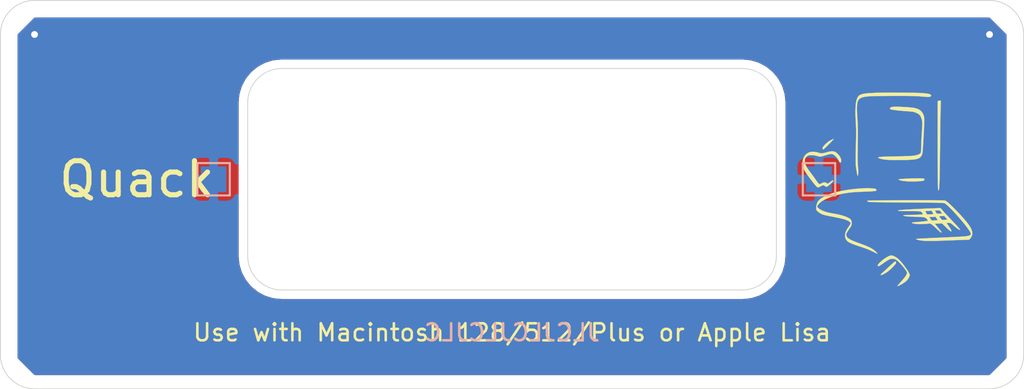
<source format=kicad_pcb>
(kicad_pcb (version 20171130) (host pcbnew "(5.1.12-1-10_14)")

  (general
    (thickness 1.6)
    (drawings 19)
    (tracks 10)
    (zones 0)
    (modules 3)
    (nets 2)
  )

  (page A4)
  (title_block
    (title "Quack back panel")
    (date 2021-12-08)
    (rev 1.0)
    (company Lostwave)
    (comment 1 https://68kmla.org)
    (comment 2 https://github.com/quack/quack)
  )

  (layers
    (0 F.Cu signal)
    (31 B.Cu signal)
    (36 B.SilkS user)
    (37 F.SilkS user)
    (38 B.Mask user)
    (39 F.Mask user)
    (44 Edge.Cuts user)
    (45 Margin user)
    (46 B.CrtYd user)
    (47 F.CrtYd user)
    (48 B.Fab user)
    (49 F.Fab user)
  )

  (setup
    (last_trace_width 0.25)
    (trace_clearance 0.2)
    (zone_clearance 0.508)
    (zone_45_only no)
    (trace_min 0.2)
    (via_size 0.8)
    (via_drill 0.4)
    (via_min_size 0.4)
    (via_min_drill 0.3)
    (uvia_size 0.3)
    (uvia_drill 0.1)
    (uvias_allowed no)
    (uvia_min_size 0.2)
    (uvia_min_drill 0.1)
    (edge_width 0.05)
    (segment_width 0.2)
    (pcb_text_width 0.3)
    (pcb_text_size 1.5 1.5)
    (mod_edge_width 0.12)
    (mod_text_size 1 1)
    (mod_text_width 0.15)
    (pad_size 1.524 1.524)
    (pad_drill 0.762)
    (pad_to_mask_clearance 0)
    (aux_axis_origin 0 0)
    (visible_elements FFFFFF7F)
    (pcbplotparams
      (layerselection 0x030f0_ffffffff)
      (usegerberextensions false)
      (usegerberattributes true)
      (usegerberadvancedattributes true)
      (creategerberjobfile true)
      (excludeedgelayer true)
      (linewidth 0.100000)
      (plotframeref false)
      (viasonmask false)
      (mode 1)
      (useauxorigin false)
      (hpglpennumber 1)
      (hpglpenspeed 20)
      (hpglpendiameter 15.000000)
      (psnegative false)
      (psa4output false)
      (plotreference true)
      (plotvalue true)
      (plotinvisibletext false)
      (padsonsilk false)
      (subtractmaskfromsilk false)
      (outputformat 1)
      (mirror false)
      (drillshape 0)
      (scaleselection 1)
      (outputdirectory ""))
  )

  (net 0 "")
  (net 1 Earth)

  (net_class Default "Ceci est la Netclass par défaut."
    (clearance 0.2)
    (trace_width 0.25)
    (via_dia 0.8)
    (via_drill 0.4)
    (uvia_dia 0.3)
    (uvia_drill 0.1)
    (add_net Earth)
  )

  (module "Macintosh logo:Macintosh logo" (layer F.Cu) (tedit 0) (tstamp 61B10486)
    (at 90 51)
    (fp_text reference G*** (at 0 0) (layer F.SilkS) hide
      (effects (font (size 1.524 1.524) (thickness 0.3)))
    )
    (fp_text value LOGO (at 0.75 0) (layer F.SilkS) hide
      (effects (font (size 1.524 1.524) (thickness 0.3)))
    )
    (fp_poly (pts (xy -3.142214 -2.857296) (xy -3.161382 -2.83255) (xy -3.194017 -2.795127) (xy -3.23769 -2.747483)
      (xy -3.289971 -2.692074) (xy -3.348431 -2.631356) (xy -3.410644 -2.567785) (xy -3.474178 -2.503818)
      (xy -3.536607 -2.441911) (xy -3.5955 -2.38452) (xy -3.64843 -2.334102) (xy -3.692967 -2.293111)
      (xy -3.726682 -2.264006) (xy -3.747148 -2.249241) (xy -3.751028 -2.2479) (xy -3.771835 -2.258356)
      (xy -3.786485 -2.278714) (xy -3.794843 -2.310463) (xy -3.78977 -2.345028) (xy -3.769636 -2.38706)
      (xy -3.732813 -2.441214) (xy -3.72677 -2.449316) (xy -3.660779 -2.525856) (xy -3.574445 -2.607899)
      (xy -3.471268 -2.692189) (xy -3.4417 -2.714377) (xy -3.396506 -2.744962) (xy -3.343087 -2.776932)
      (xy -3.286683 -2.807649) (xy -3.23253 -2.834475) (xy -3.185867 -2.85477) (xy -3.151932 -2.865895)
      (xy -3.13894 -2.866908) (xy -3.142214 -2.857296)) (layer F.SilkS) (width 0.01))
    (fp_poly (pts (xy 0.613196 -4.757878) (xy 0.748727 -4.753862) (xy 0.81915 -4.751044) (xy 1.017327 -4.741404)
      (xy 1.192932 -4.730384) (xy 1.345412 -4.718036) (xy 1.47421 -4.704412) (xy 1.578773 -4.689562)
      (xy 1.658545 -4.67354) (xy 1.662147 -4.67264) (xy 1.791536 -4.62969) (xy 1.901307 -4.570915)
      (xy 1.992287 -4.495564) (xy 2.065303 -4.402886) (xy 2.12118 -4.29213) (xy 2.140394 -4.23797)
      (xy 2.152166 -4.198382) (xy 2.16058 -4.162227) (xy 2.166188 -4.123959) (xy 2.169541 -4.078026)
      (xy 2.171191 -4.01888) (xy 2.171689 -3.940972) (xy 2.1717 -3.923087) (xy 2.17095 -3.861839)
      (xy 2.168801 -3.78159) (xy 2.165399 -3.684929) (xy 2.160892 -3.574444) (xy 2.155426 -3.452724)
      (xy 2.14915 -3.322357) (xy 2.142209 -3.185931) (xy 2.134752 -3.046036) (xy 2.126926 -2.905259)
      (xy 2.118878 -2.76619) (xy 2.110755 -2.631415) (xy 2.102705 -2.503525) (xy 2.094874 -2.385107)
      (xy 2.087411 -2.27875) (xy 2.080461 -2.187042) (xy 2.074174 -2.112572) (xy 2.068695 -2.057928)
      (xy 2.064172 -2.025698) (xy 2.063609 -2.023061) (xy 2.0384 -1.937901) (xy 2.004965 -1.870479)
      (xy 1.959485 -1.813517) (xy 1.947351 -1.801539) (xy 1.905988 -1.766308) (xy 1.860656 -1.736856)
      (xy 1.808506 -1.712498) (xy 1.746686 -1.692552) (xy 1.672347 -1.676331) (xy 1.582636 -1.663153)
      (xy 1.474705 -1.652331) (xy 1.345703 -1.643182) (xy 1.27 -1.638893) (xy 1.19756 -1.635889)
      (xy 1.105131 -1.633348) (xy 0.997335 -1.631289) (xy 0.878791 -1.629732) (xy 0.754122 -1.628697)
      (xy 0.627949 -1.628205) (xy 0.504893 -1.628274) (xy 0.389575 -1.628925) (xy 0.286617 -1.630177)
      (xy 0.200639 -1.632051) (xy 0.14605 -1.634065) (xy 0.039198 -1.640612) (xy -0.066828 -1.649695)
      (xy -0.166335 -1.66066) (xy -0.25363 -1.672858) (xy -0.323021 -1.685637) (xy -0.340326 -1.689695)
      (xy -0.407849 -1.708441) (xy -0.464633 -1.727552) (xy -0.506683 -1.745433) (xy -0.530002 -1.760488)
      (xy -0.5334 -1.766782) (xy -0.528893 -1.778039) (xy -0.514427 -1.788036) (xy -0.488586 -1.796878)
      (xy -0.449953 -1.804671) (xy -0.397113 -1.811521) (xy -0.32865 -1.817534) (xy -0.243147 -1.822814)
      (xy -0.139188 -1.827468) (xy -0.015358 -1.831601) (xy 0.129761 -1.835319) (xy 0.297584 -1.838728)
      (xy 0.4699 -1.841629) (xy 0.671179 -1.845041) (xy 0.849004 -1.848711) (xy 1.005319 -1.852772)
      (xy 1.142069 -1.857361) (xy 1.261201 -1.862615) (xy 1.364657 -1.868667) (xy 1.454385 -1.875656)
      (xy 1.532328 -1.883716) (xy 1.600432 -1.892982) (xy 1.660641 -1.903592) (xy 1.714902 -1.91568)
      (xy 1.765158 -1.929383) (xy 1.776625 -1.932861) (xy 1.862452 -1.965321) (xy 1.923741 -2.002228)
      (xy 1.961021 -2.043933) (xy 1.968513 -2.059774) (xy 1.9741 -2.087622) (xy 1.979412 -2.140243)
      (xy 1.984411 -2.21701) (xy 1.98906 -2.317298) (xy 1.99332 -2.440479) (xy 1.994956 -2.497869)
      (xy 1.998541 -2.613518) (xy 2.003176 -2.736857) (xy 2.008556 -2.86122) (xy 2.014373 -2.979941)
      (xy 2.020322 -3.086353) (xy 2.025889 -3.170969) (xy 2.032687 -3.269905) (xy 2.039293 -3.376709)
      (xy 2.045237 -3.482998) (xy 2.050049 -3.580387) (xy 2.053164 -3.6576) (xy 2.055372 -3.757275)
      (xy 2.05386 -3.838487) (xy 2.047608 -3.90803) (xy 2.035594 -3.9727) (xy 2.016799 -4.039288)
      (xy 1.990204 -4.114591) (xy 1.980878 -4.139051) (xy 1.948923 -4.209215) (xy 1.910726 -4.264573)
      (xy 1.860875 -4.310765) (xy 1.793958 -4.353435) (xy 1.756091 -4.373365) (xy 1.694633 -4.40278)
      (xy 1.637364 -4.426155) (xy 1.57959 -4.444501) (xy 1.516614 -4.458828) (xy 1.443741 -4.470147)
      (xy 1.356277 -4.479468) (xy 1.249526 -4.487801) (xy 1.21285 -4.490272) (xy 1.077497 -4.4999)
      (xy 0.937382 -4.511228) (xy 0.797345 -4.523772) (xy 0.662226 -4.537053) (xy 0.536868 -4.550591)
      (xy 0.426111 -4.563903) (xy 0.334795 -4.57651) (xy 0.3175 -4.579188) (xy 0.240263 -4.594591)
      (xy 0.187858 -4.612671) (xy 0.159801 -4.634019) (xy 0.155609 -4.659225) (xy 0.174798 -4.688876)
      (xy 0.205765 -4.715529) (xy 0.234833 -4.731046) (xy 0.276912 -4.743032) (xy 0.333893 -4.751599)
      (xy 0.407672 -4.756856) (xy 0.500142 -4.758913) (xy 0.613196 -4.757878)) (layer F.SilkS) (width 0.01))
    (fp_poly (pts (xy 0.458489 -5.585005) (xy 0.632765 -5.584465) (xy 0.807316 -5.58362) (xy 0.979667 -5.582485)
      (xy 1.147341 -5.581072) (xy 1.307862 -5.579394) (xy 1.458754 -5.577463) (xy 1.597541 -5.575292)
      (xy 1.721746 -5.572894) (xy 1.828893 -5.570283) (xy 1.916506 -5.567469) (xy 1.982109 -5.564467)
      (xy 2.00025 -5.563315) (xy 2.146091 -5.551737) (xy 2.267917 -5.539141) (xy 2.367103 -5.525113)
      (xy 2.445028 -5.509238) (xy 2.503068 -5.491099) (xy 2.5426 -5.470282) (xy 2.565001 -5.44637)
      (xy 2.571648 -5.418949) (xy 2.565965 -5.392637) (xy 2.544901 -5.362846) (xy 2.52035 -5.346473)
      (xy 2.483544 -5.338976) (xy 2.425034 -5.335326) (xy 2.348217 -5.335472) (xy 2.256488 -5.339361)
      (xy 2.153244 -5.346942) (xy 2.08915 -5.353039) (xy 1.987409 -5.362368) (xy 1.874684 -5.370477)
      (xy 1.749523 -5.377396) (xy 1.610474 -5.383156) (xy 1.456089 -5.387788) (xy 1.284914 -5.391321)
      (xy 1.095501 -5.393786) (xy 0.886397 -5.395214) (xy 0.656153 -5.395635) (xy 0.403317 -5.395079)
      (xy 0.148275 -5.393723) (xy -0.079986 -5.392031) (xy -0.284456 -5.390057) (xy -0.466745 -5.387688)
      (xy -0.62846 -5.384812) (xy -0.77121 -5.381315) (xy -0.896605 -5.377086) (xy -1.006253 -5.372013)
      (xy -1.101762 -5.365982) (xy -1.184741 -5.358882) (xy -1.2568 -5.3506) (xy -1.319546 -5.341023)
      (xy -1.374589 -5.33004) (xy -1.423538 -5.317538) (xy -1.468 -5.303404) (xy -1.509585 -5.287526)
      (xy -1.536271 -5.276021) (xy -1.589234 -5.247881) (xy -1.634992 -5.213246) (xy -1.673812 -5.170521)
      (xy -1.705961 -5.118111) (xy -1.731706 -5.05442) (xy -1.751313 -4.977854) (xy -1.765049 -4.886816)
      (xy -1.773181 -4.779712) (xy -1.775975 -4.654946) (xy -1.773699 -4.510923) (xy -1.766618 -4.346048)
      (xy -1.755 -4.158726) (xy -1.745274 -4.0259) (xy -1.737359 -3.899274) (xy -1.731123 -3.74797)
      (xy -1.72657 -3.572656) (xy -1.723706 -3.374) (xy -1.722534 -3.152669) (xy -1.72306 -2.90933)
      (xy -1.725289 -2.644651) (xy -1.729226 -2.359299) (xy -1.731941 -2.20345) (xy -1.734557 -2.054997)
      (xy -1.736413 -1.92863) (xy -1.737471 -1.821048) (xy -1.737696 -1.728947) (xy -1.73705 -1.649026)
      (xy -1.735497 -1.577981) (xy -1.733 -1.51251) (xy -1.729521 -1.449311) (xy -1.725025 -1.38508)
      (xy -1.722465 -1.35255) (xy -1.715595 -1.267326) (xy -1.708917 -1.183809) (xy -1.702901 -1.107926)
      (xy -1.698018 -1.045606) (xy -1.694775 -1.0033) (xy -1.69321 -0.950633) (xy -1.695127 -0.89107)
      (xy -1.699865 -0.830879) (xy -1.706767 -0.776324) (xy -1.715173 -0.733674) (xy -1.724425 -0.709193)
      (xy -1.72588 -0.707441) (xy -1.738169 -0.708109) (xy -1.744989 -0.718844) (xy -1.750882 -0.741583)
      (xy -1.759678 -0.784943) (xy -1.77063 -0.844408) (xy -1.782992 -0.915461) (xy -1.796017 -0.993587)
      (xy -1.808959 -1.07427) (xy -1.82107 -1.152994) (xy -1.831605 -1.225242) (xy -1.839816 -1.286499)
      (xy -1.842419 -1.3081) (xy -1.846634 -1.360396) (xy -1.849633 -1.433665) (xy -1.851413 -1.528397)
      (xy -1.85197 -1.645083) (xy -1.851299 -1.784212) (xy -1.849396 -1.946275) (xy -1.846257 -2.131761)
      (xy -1.841878 -2.34116) (xy -1.836255 -2.574963) (xy -1.829602 -2.82575) (xy -1.825442 -3.011945)
      (xy -1.823793 -3.185363) (xy -1.824793 -3.352556) (xy -1.828579 -3.520081) (xy -1.835286 -3.694491)
      (xy -1.845053 -3.88234) (xy -1.855047 -4.04495) (xy -1.860321 -4.150728) (xy -1.863418 -4.267597)
      (xy -1.864438 -4.3908) (xy -1.863477 -4.515576) (xy -1.860635 -4.637167) (xy -1.856009 -4.750813)
      (xy -1.849698 -4.851754) (xy -1.841801 -4.935232) (xy -1.835775 -4.9784) (xy -1.823516 -5.043253)
      (xy -1.808611 -5.109972) (xy -1.793726 -5.16689) (xy -1.789453 -5.180971) (xy -1.766192 -5.246491)
      (xy -1.739746 -5.303899) (xy -1.70834 -5.353801) (xy -1.670202 -5.396801) (xy -1.623557 -5.433503)
      (xy -1.566631 -5.464514) (xy -1.497652 -5.490437) (xy -1.414844 -5.511878) (xy -1.316436 -5.529442)
      (xy -1.200652 -5.543733) (xy -1.06572 -5.555357) (xy -0.909865 -5.564918) (xy -0.731314 -5.573022)
      (xy -0.62865 -5.57687) (xy -0.545723 -5.579217) (xy -0.442711 -5.581159) (xy -0.322089 -5.582708)
      (xy -0.186334 -5.583877) (xy -0.037923 -5.584678) (xy 0.120669 -5.585125) (xy 0.286965 -5.58523)
      (xy 0.458489 -5.585005)) (layer F.SilkS) (width 0.01))
    (fp_poly (pts (xy 1.856078 -0.555069) (xy 1.947224 -0.553758) (xy 2.025479 -0.551107) (xy 2.08829 -0.54703)
      (xy 2.133104 -0.541436) (xy 2.156373 -0.534806) (xy 2.179133 -0.51044) (xy 2.182827 -0.477748)
      (xy 2.166918 -0.445782) (xy 2.161969 -0.440838) (xy 2.136031 -0.42569) (xy 2.097351 -0.411621)
      (xy 2.081292 -0.407486) (xy 2.020192 -0.39721) (xy 1.937764 -0.388481) (xy 1.838042 -0.38144)
      (xy 1.725057 -0.37623) (xy 1.602843 -0.372994) (xy 1.475434 -0.371872) (xy 1.346862 -0.373008)
      (xy 1.221161 -0.376543) (xy 1.21285 -0.376873) (xy 1.079982 -0.384866) (xy 0.960797 -0.397309)
      (xy 0.858809 -0.413714) (xy 0.777529 -0.433594) (xy 0.758319 -0.439945) (xy 0.713002 -0.456863)
      (xy 0.677053 -0.471706) (xy 0.657251 -0.481646) (xy 0.656007 -0.482617) (xy 0.65959 -0.490721)
      (xy 0.686021 -0.498729) (xy 0.732746 -0.506553) (xy 0.797213 -0.514104) (xy 0.876869 -0.521294)
      (xy 0.969162 -0.528033) (xy 1.071538 -0.534232) (xy 1.181444 -0.539804) (xy 1.296329 -0.544658)
      (xy 1.413639 -0.548707) (xy 1.530822 -0.551861) (xy 1.645325 -0.554032) (xy 1.754594 -0.555131)
      (xy 1.856078 -0.555069)) (layer F.SilkS) (width 0.01))
    (fp_poly (pts (xy -3.170154 -2.140166) (xy -3.096896 -2.123196) (xy -3.029496 -2.091953) (xy -2.964654 -2.045995)
      (xy -2.899071 -1.984878) (xy -2.8956 -1.9813) (xy -2.809499 -1.881333) (xy -2.748208 -1.785215)
      (xy -2.711519 -1.692408) (xy -2.699223 -1.602375) (xy -2.711112 -1.514578) (xy -2.712611 -1.509299)
      (xy -2.730101 -1.485264) (xy -2.757521 -1.480527) (xy -2.782897 -1.493695) (xy -2.798812 -1.514384)
      (xy -2.821315 -1.551532) (xy -2.846481 -1.598476) (xy -2.856453 -1.618583) (xy -2.902134 -1.698027)
      (xy -2.960572 -1.777419) (xy -3.026175 -1.850389) (xy -3.093348 -1.910567) (xy -3.142094 -1.943877)
      (xy -3.182332 -1.963829) (xy -3.223786 -1.976786) (xy -3.269617 -1.982409) (xy -3.322983 -1.980356)
      (xy -3.387045 -1.970285) (xy -3.464962 -1.951855) (xy -3.559894 -1.924724) (xy -3.675001 -1.888553)
      (xy -3.685386 -1.88519) (xy -3.762318 -1.861695) (xy -3.830646 -1.843629) (xy -3.885143 -1.83226)
      (xy -3.917799 -1.8288) (xy -3.953627 -1.832227) (xy -4.006321 -1.841524) (xy -4.068433 -1.855221)
      (xy -4.124963 -1.869742) (xy -4.192814 -1.88762) (xy -4.247935 -1.899462) (xy -4.299608 -1.906491)
      (xy -4.357116 -1.909927) (xy -4.429744 -1.910993) (xy -4.43865 -1.911017) (xy -4.507422 -1.910831)
      (xy -4.556677 -1.909364) (xy -4.592296 -1.905741) (xy -4.620159 -1.899084) (xy -4.646146 -1.888519)
      (xy -4.669638 -1.876611) (xy -4.738294 -1.829877) (xy -4.787027 -1.771399) (xy -4.817111 -1.698735)
      (xy -4.829818 -1.609441) (xy -4.83032 -1.56845) (xy -4.824115 -1.487606) (xy -4.807464 -1.408045)
      (xy -4.77887 -1.326526) (xy -4.736838 -1.239812) (xy -4.679872 -1.144663) (xy -4.606475 -1.037838)
      (xy -4.550188 -0.961849) (xy -4.470176 -0.855927) (xy -4.402973 -0.766226) (xy -4.345794 -0.688916)
      (xy -4.295854 -0.62017) (xy -4.250367 -0.556157) (xy -4.20655 -0.49305) (xy -4.167305 -0.435438)
      (xy -4.112148 -0.356192) (xy -4.066991 -0.297023) (xy -4.029672 -0.255709) (xy -3.998028 -0.230026)
      (xy -3.969899 -0.217753) (xy -3.953815 -0.2159) (xy -3.927026 -0.222426) (xy -3.887812 -0.239518)
      (xy -3.845452 -0.263012) (xy -3.794775 -0.291253) (xy -3.750663 -0.306984) (xy -3.700542 -0.314393)
      (xy -3.688685 -0.315245) (xy -3.643064 -0.317052) (xy -3.61441 -0.313935) (xy -3.594466 -0.303952)
      (xy -3.578948 -0.289413) (xy -3.552203 -0.265406) (xy -3.528626 -0.250736) (xy -3.528373 -0.250641)
      (xy -3.488318 -0.248831) (xy -3.437618 -0.267473) (xy -3.378898 -0.305361) (xy -3.34118 -0.336589)
      (xy -3.280268 -0.387936) (xy -3.233462 -0.420332) (xy -3.199093 -0.434731) (xy -3.17549 -0.43209)
      (xy -3.174836 -0.431699) (xy -3.164055 -0.42039) (xy -3.167539 -0.40239) (xy -3.175312 -0.386768)
      (xy -3.194487 -0.360719) (xy -3.22906 -0.322792) (xy -3.274694 -0.2771) (xy -3.327053 -0.227753)
      (xy -3.381798 -0.178862) (xy -3.434593 -0.13454) (xy -3.472064 -0.105464) (xy -3.515199 -0.07548)
      (xy -3.548015 -0.06065) (xy -3.578026 -0.061137) (xy -3.612747 -0.077099) (xy -3.659691 -0.108697)
      (xy -3.660805 -0.109489) (xy -3.69945 -0.133202) (xy -3.734998 -0.148786) (xy -3.752727 -0.1524)
      (xy -3.776973 -0.146248) (xy -3.816454 -0.129702) (xy -3.864739 -0.105633) (xy -3.89504 -0.0889)
      (xy -3.962724 -0.052377) (xy -4.015056 -0.031067) (xy -4.056972 -0.024903) (xy -4.093405 -0.033814)
      (xy -4.129293 -0.057733) (xy -4.15855 -0.085206) (xy -4.192546 -0.12247) (xy -4.239272 -0.177852)
      (xy -4.296718 -0.248784) (xy -4.362876 -0.332698) (xy -4.435737 -0.427025) (xy -4.513293 -0.529197)
      (xy -4.593534 -0.636645) (xy -4.6531 -0.71755) (xy -4.756853 -0.867147) (xy -4.83923 -1.003118)
      (xy -4.900255 -1.125512) (xy -4.939956 -1.234379) (xy -4.947536 -1.26365) (xy -4.960175 -1.344731)
      (xy -4.964561 -1.436973) (xy -4.961073 -1.53188) (xy -4.950095 -1.620958) (xy -4.932007 -1.695711)
      (xy -4.927587 -1.70815) (xy -4.870443 -1.82887) (xy -4.79909 -1.928663) (xy -4.713946 -2.00737)
      (xy -4.615427 -2.064829) (xy -4.50395 -2.100883) (xy -4.379932 -2.115369) (xy -4.243791 -2.108129)
      (xy -4.095944 -2.079002) (xy -4.019348 -2.056691) (xy -3.952205 -2.037116) (xy -3.893447 -2.025531)
      (xy -3.837091 -2.022178) (xy -3.777152 -2.0273) (xy -3.70765 -2.041139) (xy -3.622601 -2.063938)
      (xy -3.58775 -2.074169) (xy -3.458068 -2.109864) (xy -3.347441 -2.133057) (xy -3.252569 -2.143306)
      (xy -3.170154 -2.140166)) (layer F.SilkS) (width 0.01))
    (fp_poly (pts (xy 3.125447 -5.113898) (xy 3.143864 -5.101845) (xy 3.14438 -5.100685) (xy 3.145808 -5.083054)
      (xy 3.145819 -5.044292) (xy 3.144513 -4.988624) (xy 3.141994 -4.920273) (xy 3.138362 -4.843462)
      (xy 3.138031 -4.83716) (xy 3.135938 -4.787419) (xy 3.133651 -4.714594) (xy 3.131213 -4.621001)
      (xy 3.128667 -4.508955) (xy 3.126057 -4.380771) (xy 3.123425 -4.238766) (xy 3.120816 -4.085253)
      (xy 3.118272 -3.922549) (xy 3.115836 -3.752969) (xy 3.113551 -3.578828) (xy 3.111761 -3.429)
      (xy 3.107743 -3.078904) (xy 3.103937 -2.753278) (xy 3.100326 -2.451193) (xy 3.09689 -2.171719)
      (xy 3.09361 -1.913928) (xy 3.090467 -1.67689) (xy 3.087443 -1.459677) (xy 3.084519 -1.261359)
      (xy 3.081675 -1.081008) (xy 3.078893 -0.917694) (xy 3.076154 -0.770488) (xy 3.07344 -0.638461)
      (xy 3.07073 -0.520684) (xy 3.068007 -0.416228) (xy 3.065251 -0.324163) (xy 3.062443 -0.243562)
      (xy 3.059566 -0.173494) (xy 3.056599 -0.113031) (xy 3.053524 -0.061243) (xy 3.050321 -0.017202)
      (xy 3.046973 0.020022) (xy 3.04346 0.051357) (xy 3.040572 0.072452) (xy 3.030798 0.115623)
      (xy 3.017557 0.146165) (xy 3.003408 0.159848) (xy 2.991544 0.153523) (xy 2.987167 0.1346)
      (xy 2.983071 0.09236) (xy 2.979255 0.02666) (xy 2.975717 -0.062642) (xy 2.972456 -0.175687)
      (xy 2.96947 -0.312618) (xy 2.966757 -0.473577) (xy 2.964315 -0.658707) (xy 2.962142 -0.868149)
      (xy 2.960237 -1.102045) (xy 2.958599 -1.360538) (xy 2.957224 -1.64377) (xy 2.956113 -1.951882)
      (xy 2.955262 -2.285018) (xy 2.95467 -2.643318) (xy 2.954426 -2.887183) (xy 2.95275 -5.069516)
      (xy 2.982731 -5.093808) (xy 3.012031 -5.108364) (xy 3.051162 -5.116802) (xy 3.091757 -5.118765)
      (xy 3.125447 -5.113898)) (layer F.SilkS) (width 0.01))
    (fp_poly (pts (xy 3.13055 1.194435) (xy 3.241022 1.324292) (xy 3.282992 1.372475) (xy 3.338214 1.434165)
      (xy 3.402318 1.504574) (xy 3.470932 1.578916) (xy 3.539688 1.652403) (xy 3.564872 1.679033)
      (xy 3.639031 1.757195) (xy 3.720994 1.843588) (xy 3.804682 1.931805) (xy 3.884016 2.015438)
      (xy 3.952919 2.088079) (xy 3.962572 2.098256) (xy 4.059292 2.201216) (xy 4.137788 2.286947)
      (xy 4.198268 2.355693) (xy 4.240941 2.4077) (xy 4.266015 2.443215) (xy 4.273698 2.462484)
      (xy 4.273066 2.464581) (xy 4.255399 2.470414) (xy 4.221722 2.459997) (xy 4.17425 2.434771)
      (xy 4.115199 2.396176) (xy 4.046784 2.345654) (xy 3.971221 2.284647) (xy 3.895866 2.219218)
      (xy 3.842618 2.172758) (xy 3.792518 2.131424) (xy 3.75013 2.098813) (xy 3.720017 2.078523)
      (xy 3.712659 2.074757) (xy 3.682048 2.066698) (xy 3.63903 2.061032) (xy 3.590889 2.057979)
      (xy 3.54491 2.057759) (xy 3.508379 2.060592) (xy 3.488579 2.066699) (xy 3.487471 2.067961)
      (xy 3.49217 2.081421) (xy 3.509388 2.111724) (xy 3.536786 2.155112) (xy 3.572025 2.207827)
      (xy 3.596112 2.242586) (xy 3.662464 2.3395) (xy 3.712388 2.417885) (xy 3.746194 2.478318)
      (xy 3.764191 2.521374) (xy 3.766689 2.547631) (xy 3.76327 2.553709) (xy 3.750563 2.560121)
      (xy 3.732198 2.557726) (xy 3.706608 2.545281) (xy 3.672227 2.521545) (xy 3.627488 2.485275)
      (xy 3.570824 2.435227) (xy 3.500668 2.37016) (xy 3.415454 2.28883) (xy 3.3528 2.228166)
      (xy 3.20675 2.08618) (xy 3.05435 2.096227) (xy 2.988629 2.100334) (xy 2.926626 2.103812)
      (xy 2.875889 2.106259) (xy 2.846907 2.107236) (xy 2.791865 2.1082) (xy 2.830444 2.155825)
      (xy 2.851251 2.181368) (xy 2.884658 2.222209) (xy 2.927127 2.274033) (xy 2.975121 2.332521)
      (xy 3.013896 2.379723) (xy 3.07737 2.457602) (xy 3.125529 2.518359) (xy 3.159764 2.564005)
      (xy 3.181464 2.596553) (xy 3.19202 2.618013) (xy 3.19282 2.630398) (xy 3.189613 2.634067)
      (xy 3.173641 2.631466) (xy 3.144734 2.617332) (xy 3.122736 2.603685) (xy 3.097391 2.584163)
      (xy 3.057207 2.550114) (xy 3.005652 2.50462) (xy 2.946194 2.450764) (xy 2.882302 2.391626)
      (xy 2.85115 2.362338) (xy 2.761456 2.279172) (xy 2.686119 2.21273) (xy 2.625907 2.163655)
      (xy 2.58159 2.132595) (xy 2.568968 2.125596) (xy 2.535134 2.109714) (xy 2.508218 2.101032)
      (xy 2.479811 2.098665) (xy 2.441505 2.101731) (xy 2.397518 2.10758) (xy 2.320758 2.115995)
      (xy 2.227077 2.122683) (xy 2.122762 2.12752) (xy 2.014098 2.130383) (xy 1.907372 2.131149)
      (xy 1.808869 2.129694) (xy 1.724876 2.125895) (xy 1.677386 2.121694) (xy 1.594179 2.109791)
      (xy 1.528122 2.095827) (xy 1.480971 2.080485) (xy 1.454483 2.064447) (xy 1.450415 2.048396)
      (xy 1.461394 2.037796) (xy 1.478276 2.034112) (xy 1.515742 2.029547) (xy 1.569013 2.024577)
      (xy 1.63331 2.019671) (xy 1.667371 2.017436) (xy 1.733827 2.012734) (xy 1.811227 2.006325)
      (xy 1.895825 1.998615) (xy 1.983872 1.990011) (xy 2.071623 1.980921) (xy 2.155329 1.97175)
      (xy 2.231245 1.962906) (xy 2.295622 1.954795) (xy 2.344714 1.947823) (xy 2.374774 1.942399)
      (xy 2.382411 1.939822) (xy 2.380621 1.925593) (xy 2.36724 1.898235) (xy 2.346502 1.864482)
      (xy 2.322644 1.83107) (xy 2.299902 1.804735) (xy 2.294065 1.799336) (xy 2.231211 1.759923)
      (xy 2.151957 1.732536) (xy 2.120114 1.727322) (xy 2.4765 1.727322) (xy 2.483633 1.742545)
      (xy 2.502773 1.772778) (xy 2.530532 1.812829) (xy 2.547706 1.836431) (xy 2.581559 1.881362)
      (xy 2.605201 1.909165) (xy 2.623102 1.923441) (xy 2.639732 1.927791) (xy 2.658831 1.92594)
      (xy 2.688769 1.922146) (xy 2.736205 1.917553) (xy 2.793283 1.912884) (xy 2.82575 1.910559)
      (xy 2.880236 1.906437) (xy 2.924923 1.902251) (xy 2.953939 1.898596) (xy 2.961608 1.896789)
      (xy 2.958347 1.88518) (xy 2.942336 1.858204) (xy 2.91648 1.820495) (xy 2.898108 1.795519)
      (xy 2.82575 1.699414) (xy 2.7051 1.706891) (xy 2.644976 1.710264) (xy 2.587827 1.712862)
      (xy 2.542962 1.714284) (xy 2.530475 1.714434) (xy 2.497509 1.717161) (xy 2.478412 1.723942)
      (xy 2.4765 1.727322) (xy 2.120114 1.727322) (xy 2.082414 1.721149) (xy 2.048747 1.718892)
      (xy 1.993701 1.716088) (xy 1.921283 1.712904) (xy 1.835505 1.709503) (xy 1.740376 1.706051)
      (xy 1.639906 1.702712) (xy 1.6129 1.701867) (xy 1.443125 1.695673) (xy 1.298462 1.688329)
      (xy 1.258382 1.685478) (xy 3.0532 1.685478) (xy 3.061364 1.705938) (xy 3.085355 1.737108)
      (xy 3.123274 1.781537) (xy 3.124765 1.783288) (xy 3.215169 1.889458) (xy 3.350659 1.882731)
      (xy 3.408732 1.879242) (xy 3.458789 1.87512) (xy 3.494466 1.870952) (xy 3.50776 1.868224)
      (xy 3.514409 1.861432) (xy 3.510043 1.847344) (xy 3.492703 1.82297) (xy 3.460429 1.785316)
      (xy 3.435239 1.757465) (xy 3.341108 1.654486) (xy 3.216779 1.659787) (xy 3.142652 1.662884)
      (xy 3.091946 1.666499) (xy 3.062761 1.673181) (xy 3.0532 1.685478) (xy 1.258382 1.685478)
      (xy 1.178643 1.679806) (xy 1.083404 1.670074) (xy 1.012479 1.659103) (xy 0.965604 1.646864)
      (xy 0.942513 1.633327) (xy 0.9398 1.626341) (xy 0.944585 1.620395) (xy 0.96014 1.615139)
      (xy 0.988261 1.610457) (xy 1.030747 1.606234) (xy 1.089395 1.602353) (xy 1.166003 1.598699)
      (xy 1.262368 1.595155) (xy 1.380287 1.591605) (xy 1.521559 1.587933) (xy 1.54305 1.587409)
      (xy 1.652359 1.584565) (xy 1.754494 1.581535) (xy 1.846476 1.578433) (xy 1.925325 1.575378)
      (xy 1.988063 1.572485) (xy 2.03171 1.569871) (xy 2.053287 1.567653) (xy 2.054225 1.567426)
      (xy 2.077096 1.553654) (xy 2.080817 1.529017) (xy 2.065843 1.49016) (xy 2.064956 1.488444)
      (xy 2.022713 1.432342) (xy 1.964525 1.395988) (xy 1.9304 1.385384) (xy 1.903561 1.38217)
      (xy 1.853478 1.37924) (xy 1.782307 1.376646) (xy 1.692202 1.374442) (xy 1.585319 1.372678)
      (xy 1.463812 1.371407) (xy 1.329837 1.370681) (xy 1.3208 1.370654) (xy 1.278104 1.370484)
      (xy 2.2352 1.370484) (xy 2.24117 1.386218) (xy 2.257038 1.417791) (xy 2.279736 1.459199)
      (xy 2.287097 1.472084) (xy 2.338995 1.5621) (xy 2.449022 1.560615) (xy 2.512348 1.558882)
      (xy 2.577849 1.555679) (xy 2.632602 1.551656) (xy 2.638418 1.55109) (xy 2.717786 1.54305)
      (xy 2.657468 1.443455) (xy 2.59715 1.343861) (xy 2.5146 1.35129) (xy 2.457772 1.355137)
      (xy 2.390846 1.357855) (xy 2.333625 1.358809) (xy 2.287263 1.360226) (xy 2.25265 1.363903)
      (xy 2.235888 1.369114) (xy 2.2352 1.370484) (xy 1.278104 1.370484) (xy 1.166842 1.370041)
      (xy 1.036526 1.369095) (xy 0.928094 1.367735) (xy 0.839789 1.365884) (xy 0.769853 1.363462)
      (xy 0.716528 1.36039) (xy 0.678058 1.35659) (xy 0.652685 1.351983) (xy 0.638652 1.34649)
      (xy 0.634201 1.340032) (xy 0.634197 1.33985) (xy 2.794348 1.33985) (xy 2.91465 1.523572)
      (xy 3.0226 1.523646) (xy 3.079221 1.522759) (xy 3.132017 1.520341) (xy 3.171277 1.516873)
      (xy 3.17716 1.516013) (xy 3.223771 1.508305) (xy 3.15176 1.415117) (xy 3.07975 1.321928)
      (xy 3.0099 1.322742) (xy 2.954128 1.324826) (xy 2.892835 1.329173) (xy 2.867199 1.331703)
      (xy 2.794348 1.33985) (xy 0.634197 1.33985) (xy 0.639892 1.332257) (xy 0.657736 1.324885)
      (xy 0.688733 1.317661) (xy 0.733886 1.310513) (xy 0.794199 1.30337) (xy 0.870675 1.29616)
      (xy 0.964317 1.28881) (xy 1.076129 1.28125) (xy 1.207113 1.273407) (xy 1.358273 1.26521)
      (xy 1.530612 1.256587) (xy 1.725134 1.247466) (xy 1.942842 1.237776) (xy 2.184739 1.227444)
      (xy 2.2352 1.225332) (xy 2.373609 1.219612) (xy 2.506174 1.214236) (xy 2.630416 1.209298)
      (xy 2.743853 1.204893) (xy 2.844004 1.201115) (xy 2.928388 1.198056) (xy 2.994525 1.195811)
      (xy 3.039934 1.194473) (xy 3.0607 1.194121) (xy 3.13055 1.194435)) (layer F.SilkS) (width 0.01))
    (fp_poly (pts (xy 2.018702 0.731077) (xy 2.227672 0.731196) (xy 2.414714 0.731435) (xy 2.580986 0.731805)
      (xy 2.727645 0.732316) (xy 2.85585 0.732977) (xy 2.966756 0.733799) (xy 3.061521 0.734792)
      (xy 3.141304 0.735965) (xy 3.207261 0.737329) (xy 3.260549 0.738895) (xy 3.302327 0.740671)
      (xy 3.333751 0.742668) (xy 3.355979 0.744896) (xy 3.369168 0.747127) (xy 3.414699 0.76094)
      (xy 3.458155 0.782666) (xy 3.507338 0.816601) (xy 3.535576 0.838731) (xy 3.578688 0.875642)
      (xy 3.636434 0.928441) (xy 3.70612 0.994444) (xy 3.785051 1.070971) (xy 3.870531 1.155339)
      (xy 3.959866 1.244864) (xy 4.05036 1.336866) (xy 4.139318 1.42866) (xy 4.224046 1.517566)
      (xy 4.301849 1.600901) (xy 4.307572 1.607115) (xy 4.447189 1.761314) (xy 4.568363 1.900675)
      (xy 4.672066 2.026741) (xy 4.759267 2.141055) (xy 4.830938 2.245159) (xy 4.888048 2.340595)
      (xy 4.931568 2.428908) (xy 4.962468 2.511639) (xy 4.981719 2.590331) (xy 4.99029 2.666527)
      (xy 4.990949 2.693546) (xy 4.978598 2.785235) (xy 4.941128 2.876095) (xy 4.878415 2.96641)
      (xy 4.860475 2.98706) (xy 4.806657 3.046771) (xy 3.778103 3.085519) (xy 3.541928 3.094243)
      (xy 3.329462 3.101699) (xy 3.139049 3.107913) (xy 2.969029 3.11291) (xy 2.817746 3.116715)
      (xy 2.683543 3.119351) (xy 2.56476 3.120844) (xy 2.459742 3.121219) (xy 2.366829 3.1205)
      (xy 2.284366 3.118712) (xy 2.210693 3.115879) (xy 2.144153 3.112027) (xy 2.119684 3.110247)
      (xy 2.040007 3.102272) (xy 1.959919 3.091003) (xy 1.88338 3.077353) (xy 1.814353 3.062234)
      (xy 1.756799 3.046556) (xy 1.714679 3.031233) (xy 1.691954 3.017176) (xy 1.6891 3.011128)
      (xy 1.691155 3.006714) (xy 1.698597 3.002721) (xy 1.713341 2.999009) (xy 1.737303 2.995438)
      (xy 1.772397 2.991866) (xy 1.820538 2.988152) (xy 1.883642 2.984158) (xy 1.963624 2.97974)
      (xy 2.0624 2.974761) (xy 2.181883 2.969077) (xy 2.323989 2.96255) (xy 2.39395 2.959385)
      (xy 2.666064 2.947095) (xy 2.91396 2.93586) (xy 3.138791 2.925624) (xy 3.341716 2.91633)
      (xy 3.52389 2.907922) (xy 3.686468 2.900344) (xy 3.830608 2.89354) (xy 3.957465 2.887453)
      (xy 4.068196 2.882028) (xy 4.163956 2.877209) (xy 4.245902 2.872938) (xy 4.31519 2.86916)
      (xy 4.372976 2.865819) (xy 4.420416 2.862859) (xy 4.458667 2.860223) (xy 4.488884 2.857855)
      (xy 4.4958 2.857256) (xy 4.618062 2.844628) (xy 4.716407 2.829967) (xy 4.792292 2.812266)
      (xy 4.84718 2.790516) (xy 4.88253 2.763711) (xy 4.899803 2.730842) (xy 4.900459 2.690903)
      (xy 4.885959 2.642886) (xy 4.866359 2.601614) (xy 4.825398 2.531767) (xy 4.768903 2.447133)
      (xy 4.698833 2.349948) (xy 4.617145 2.242444) (xy 4.525798 2.126857) (xy 4.426749 2.005422)
      (xy 4.321957 1.880372) (xy 4.21338 1.753943) (xy 4.102975 1.628369) (xy 3.9927 1.505884)
      (xy 3.884514 1.388722) (xy 3.780374 1.279119) (xy 3.682239 1.179309) (xy 3.592067 1.091527)
      (xy 3.511815 1.018006) (xy 3.443442 0.960981) (xy 3.403007 0.931618) (xy 3.37687 0.917279)
      (xy 3.344665 0.90659) (xy 3.300617 0.898242) (xy 3.23895 0.890924) (xy 3.212507 0.888397)
      (xy 3.180541 0.88658) (xy 3.124285 0.884708) (xy 3.04485 0.882793) (xy 2.943345 0.880848)
      (xy 2.820881 0.878888) (xy 2.678569 0.876924) (xy 2.517517 0.874971) (xy 2.338838 0.873041)
      (xy 2.14364 0.871147) (xy 1.933034 0.869303) (xy 1.70813 0.867522) (xy 1.470039 0.865817)
      (xy 1.21987 0.864201) (xy 1.12395 0.863625) (xy 0.898917 0.862225) (xy 0.679523 0.860708)
      (xy 0.467268 0.859092) (xy 0.26365 0.857395) (xy 0.070167 0.855633) (xy -0.111682 0.853825)
      (xy -0.280399 0.851987) (xy -0.434484 0.850137) (xy -0.572439 0.848291) (xy -0.692765 0.846467)
      (xy -0.793964 0.844683) (xy -0.874537 0.842956) (xy -0.932986 0.841303) (xy -0.967811 0.839741)
      (xy -0.97155 0.839463) (xy -1.037781 0.833413) (xy -1.083462 0.827579) (xy -1.113407 0.820856)
      (xy -1.132432 0.812135) (xy -1.145351 0.800309) (xy -1.146175 0.799306) (xy -1.162555 0.7759)
      (xy -1.1684 0.762072) (xy -1.15575 0.758369) (xy -1.117991 0.754886) (xy -1.055417 0.751627)
      (xy -0.968319 0.748594) (xy -0.856988 0.745791) (xy -0.721716 0.743223) (xy -0.562795 0.740891)
      (xy -0.380516 0.738799) (xy -0.175171 0.73695) (xy 0.052948 0.735349) (xy 0.303551 0.733998)
      (xy 0.576344 0.7329) (xy 0.871037 0.73206) (xy 1.187337 0.731479) (xy 1.524954 0.731163)
      (xy 1.53035 0.73116) (xy 1.786647 0.731068) (xy 2.018702 0.731077)) (layer F.SilkS) (width 0.01))
    (fp_poly (pts (xy -1.047717 0.026842) (xy -0.955302 0.030664) (xy -0.868396 0.036587) (xy -0.791468 0.044209)
      (xy -0.728988 0.05313) (xy -0.685426 0.062947) (xy -0.673186 0.067551) (xy -0.649413 0.089913)
      (xy -0.637075 0.122698) (xy -0.638367 0.155577) (xy -0.6504 0.17477) (xy -0.673051 0.18306)
      (xy -0.720369 0.191175) (xy -0.791622 0.199055) (xy -0.886077 0.206645) (xy -1.003002 0.213887)
      (xy -1.141663 0.220724) (xy -1.30133 0.227099) (xy -1.33985 0.228456) (xy -1.556932 0.236891)
      (xy -1.751859 0.246636) (xy -1.927858 0.258034) (xy -2.088156 0.27143) (xy -2.235981 0.287167)
      (xy -2.374559 0.305589) (xy -2.507117 0.327041) (xy -2.636883 0.351867) (xy -2.767082 0.38041)
      (xy -2.7686 0.380762) (xy -2.913582 0.417516) (xy -3.06258 0.46093) (xy -3.211387 0.509423)
      (xy -3.35579 0.561409) (xy -3.491582 0.615308) (xy -3.614552 0.669534) (xy -3.720491 0.722505)
      (xy -3.797952 0.767899) (xy -3.874049 0.821807) (xy -3.943969 0.880179) (xy -4.004695 0.939717)
      (xy -4.05321 0.99712) (xy -4.086497 1.049088) (xy -4.101539 1.092322) (xy -4.102101 1.100594)
      (xy -4.090091 1.139718) (xy -4.055409 1.183236) (xy -4.000071 1.229583) (xy -3.926094 1.277193)
      (xy -3.835497 1.324498) (xy -3.78324 1.348132) (xy -3.692833 1.384127) (xy -3.596446 1.416255)
      (xy -3.489883 1.445606) (xy -3.368944 1.473271) (xy -3.229431 1.500339) (xy -3.131833 1.517289)
      (xy -2.946357 1.551674) (xy -2.77451 1.590219) (xy -2.618105 1.63231) (xy -2.478951 1.677332)
      (xy -2.35886 1.724672) (xy -2.259642 1.773714) (xy -2.183108 1.823845) (xy -2.153951 1.84909)
      (xy -2.121044 1.888548) (xy -2.099391 1.934759) (xy -2.087268 1.993419) (xy -2.082952 2.070226)
      (xy -2.082871 2.084083) (xy -2.083628 2.124262) (xy -2.087131 2.159089) (xy -2.09513 2.192479)
      (xy -2.109378 2.228348) (xy -2.131624 2.270609) (xy -2.163619 2.323178) (xy -2.207115 2.38997)
      (xy -2.245256 2.447154) (xy -2.297885 2.526726) (xy -2.337378 2.589374) (xy -2.365516 2.638734)
      (xy -2.384078 2.678442) (xy -2.394844 2.712132) (xy -2.399595 2.74344) (xy -2.4003 2.763803)
      (xy -2.394635 2.814441) (xy -2.37668 2.862417) (xy -2.344998 2.908683) (xy -2.298149 2.954194)
      (xy -2.234694 2.999901) (xy -2.153197 3.046759) (xy -2.052217 3.095719) (xy -1.930317 3.147736)
      (xy -1.786059 3.203763) (xy -1.674764 3.244527) (xy -1.504423 3.30657) (xy -1.356135 3.362609)
      (xy -1.227591 3.413821) (xy -1.116479 3.46138) (xy -1.020489 3.506463) (xy -0.937309 3.550245)
      (xy -0.86463 3.593901) (xy -0.800141 3.638608) (xy -0.741531 3.685541) (xy -0.68649 3.735876)
      (xy -0.662796 3.759414) (xy -0.615596 3.808545) (xy -0.585033 3.84376) (xy -0.571884 3.865218)
      (xy -0.576926 3.873078) (xy -0.600938 3.867498) (xy -0.644698 3.848638) (xy -0.708983 3.816657)
      (xy -0.7747 3.782266) (xy -0.903394 3.716967) (xy -1.034117 3.656796) (xy -1.172197 3.599583)
      (xy -1.322961 3.543157) (xy -1.491737 3.485347) (xy -1.550315 3.466235) (xy -1.714408 3.412309)
      (xy -1.855733 3.363711) (xy -1.976169 3.319629) (xy -2.077594 3.279251) (xy -2.161888 3.241762)
      (xy -2.230928 3.20635) (xy -2.286593 3.172204) (xy -2.330763 3.138509) (xy -2.350768 3.119944)
      (xy -2.414654 3.03921) (xy -2.456001 2.948237) (xy -2.474913 2.848297) (xy -2.471491 2.740661)
      (xy -2.44584 2.626602) (xy -2.398061 2.507391) (xy -2.328258 2.384301) (xy -2.286319 2.32333)
      (xy -2.239286 2.255638) (xy -2.199531 2.192504) (xy -2.16933 2.137967) (xy -2.150957 2.096065)
      (xy -2.1463 2.074739) (xy -2.15794 2.043797) (xy -2.190737 2.00825) (xy -2.241506 1.970747)
      (xy -2.307064 1.933939) (xy -2.326746 1.924529) (xy -2.372804 1.904155) (xy -2.420842 1.884963)
      (xy -2.472937 1.866451) (xy -2.531163 1.848115) (xy -2.597595 1.829454) (xy -2.674311 1.809964)
      (xy -2.763384 1.789144) (xy -2.86689 1.76649) (xy -2.986905 1.7415) (xy -3.125504 1.713671)
      (xy -3.284763 1.682501) (xy -3.466757 1.647488) (xy -3.48615 1.643782) (xy -3.618636 1.615605)
      (xy -3.730462 1.5849) (xy -3.826364 1.54967) (xy -3.911078 1.507917) (xy -3.989337 1.457645)
      (xy -4.06042 1.401544) (xy -4.107279 1.3588) (xy -4.138249 1.321121) (xy -4.156086 1.281525)
      (xy -4.163547 1.233028) (xy -4.16339 1.168647) (xy -4.162192 1.143748) (xy -4.145989 1.011446)
      (xy -4.112087 0.896327) (xy -4.059567 0.796502) (xy -3.98751 0.710086) (xy -3.924714 0.656383)
      (xy -3.848899 0.605412) (xy -3.752958 0.550527) (xy -3.641428 0.493896) (xy -3.518844 0.437689)
      (xy -3.389741 0.384074) (xy -3.258655 0.335221) (xy -3.2385 0.328231) (xy -3.07935 0.27891)
      (xy -2.898805 0.232317) (xy -2.700777 0.189016) (xy -2.489181 0.149573) (xy -2.267928 0.114552)
      (xy -2.040932 0.084518) (xy -1.812105 0.060035) (xy -1.58536 0.041669) (xy -1.36461 0.029985)
      (xy -1.153768 0.025546) (xy -1.141171 0.025522) (xy -1.047717 0.026842)) (layer F.SilkS) (width 0.01))
    (fp_poly (pts (xy 0.487051 4.32865) (xy 0.505201 4.354112) (xy 0.518026 4.384655) (xy 0.5207 4.401978)
      (xy 0.511277 4.431613) (xy 0.484726 4.474554) (xy 0.443617 4.528078) (xy 0.390524 4.589461)
      (xy 0.328018 4.655979) (xy 0.258674 4.724908) (xy 0.185062 4.793524) (xy 0.109756 4.859102)
      (xy 0.035327 4.918919) (xy 0.025345 4.926512) (xy -0.034388 4.968039) (xy -0.104026 5.010837)
      (xy -0.177208 5.051506) (xy -0.247572 5.086649) (xy -0.308757 5.112866) (xy -0.346075 5.124947)
      (xy -0.37108 5.128377) (xy -0.380076 5.11792) (xy -0.381 5.103144) (xy -0.369824 5.072653)
      (xy -0.335458 5.037867) (xy -0.328466 5.032358) (xy -0.305784 5.013367) (xy -0.267507 4.979541)
      (xy -0.216501 4.933491) (xy -0.155632 4.877826) (xy -0.087767 4.815157) (xy -0.015772 4.748094)
      (xy 0.000602 4.73276) (xy 0.118639 4.622579) (xy 0.218985 4.529929) (xy 0.302011 4.45448)
      (xy 0.368089 4.395906) (xy 0.41759 4.353876) (xy 0.450885 4.328064) (xy 0.468346 4.31814)
      (xy 0.469505 4.318) (xy 0.487051 4.32865)) (layer F.SilkS) (width 0.01))
    (fp_poly (pts (xy 0.313054 3.983364) (xy 0.380867 4.008586) (xy 0.406277 4.020345) (xy 0.498585 4.070114)
      (xy 0.586655 4.129748) (xy 0.673262 4.201821) (xy 0.761179 4.288906) (xy 0.853177 4.393577)
      (xy 0.952031 4.518408) (xy 0.973447 4.546792) (xy 1.073473 4.683022) (xy 1.156787 4.802305)
      (xy 1.223228 4.904379) (xy 1.272637 4.988982) (xy 1.304856 5.055853) (xy 1.319724 5.10473)
      (xy 1.3208 5.117541) (xy 1.311208 5.176318) (xy 1.284625 5.245043) (xy 1.244337 5.318369)
      (xy 1.193632 5.390949) (xy 1.135797 5.457438) (xy 1.081517 5.50674) (xy 1.005268 5.562399)
      (xy 0.913891 5.62149) (xy 0.816098 5.678683) (xy 0.720603 5.72865) (xy 0.71124 5.733176)
      (xy 0.652898 5.760026) (xy 0.615056 5.774441) (xy 0.596157 5.776581) (xy 0.594642 5.766605)
      (xy 0.608954 5.744674) (xy 0.609814 5.743575) (xy 0.626724 5.723291) (xy 0.6574 5.68768)
      (xy 0.698689 5.640357) (xy 0.747434 5.584936) (xy 0.800482 5.525034) (xy 0.803102 5.522086)
      (xy 0.901948 5.408998) (xy 0.98321 5.31161) (xy 1.047894 5.228314) (xy 1.097007 5.157501)
      (xy 1.131554 5.097564) (xy 1.152541 5.046894) (xy 1.160976 5.003883) (xy 1.157863 4.966924)
      (xy 1.155521 4.958809) (xy 1.141909 4.929212) (xy 1.117695 4.88685) (xy 1.087357 4.839394)
      (xy 1.076774 4.823936) (xy 1.001032 4.720483) (xy 0.919597 4.618413) (xy 0.835342 4.520723)
      (xy 0.751142 4.430408) (xy 0.669873 4.350464) (xy 0.594409 4.283888) (xy 0.527626 4.233675)
      (xy 0.487403 4.209775) (xy 0.446201 4.190525) (xy 0.410268 4.179124) (xy 0.369998 4.1736)
      (xy 0.315783 4.171979) (xy 0.303279 4.17195) (xy 0.249787 4.172693) (xy 0.21009 4.17647)
      (xy 0.174925 4.185601) (xy 0.135027 4.202407) (xy 0.087379 4.226031) (xy 0.041321 4.251736)
      (xy -0.019235 4.288882) (xy -0.088441 4.333702) (xy -0.160449 4.38243) (xy -0.213733 4.419962)
      (xy -0.278772 4.466125) (xy -0.340285 4.508767) (xy -0.393934 4.544956) (xy -0.435384 4.571765)
      (xy -0.45893 4.585582) (xy -0.506646 4.60287) (xy -0.539863 4.600593) (xy -0.55655 4.580623)
      (xy -0.554677 4.544836) (xy -0.540641 4.510222) (xy -0.520765 4.482514) (xy -0.484921 4.442741)
      (xy -0.437065 4.394592) (xy -0.381154 4.341756) (xy -0.321143 4.28792) (xy -0.26099 4.236774)
      (xy -0.204651 4.192007) (xy -0.179029 4.173083) (xy -0.118085 4.132186) (xy -0.046495 4.088138)
      (xy 0.023336 4.048463) (xy 0.045936 4.036558) (xy 0.125356 3.999551) (xy 0.191929 3.978548)
      (xy 0.252285 3.973252) (xy 0.313054 3.983364)) (layer F.SilkS) (width 0.01))
  )

  (module TestPoint:TestPoint_Pad_1.5x1.5mm (layer B.Cu) (tedit 5A0F774F) (tstamp 61B104B1)
    (at 86 50.5)
    (descr "SMD rectangular pad as test Point, square 1.5mm side length")
    (tags "test point SMD pad rectangle square")
    (path /61B0C87F)
    (attr virtual)
    (fp_text reference TP2 (at 0 1.648) (layer B.SilkS) hide
      (effects (font (size 1 1) (thickness 0.15)) (justify mirror))
    )
    (fp_text value TestPoint_Small (at 0 -1.75) (layer B.Fab)
      (effects (font (size 1 1) (thickness 0.15)) (justify mirror))
    )
    (fp_line (start -0.95 0.95) (end 0.95 0.95) (layer B.SilkS) (width 0.12))
    (fp_line (start 0.95 0.95) (end 0.95 -0.95) (layer B.SilkS) (width 0.12))
    (fp_line (start 0.95 -0.95) (end -0.95 -0.95) (layer B.SilkS) (width 0.12))
    (fp_line (start -0.95 -0.95) (end -0.95 0.95) (layer B.SilkS) (width 0.12))
    (fp_line (start -1.25 1.25) (end 1.25 1.25) (layer B.CrtYd) (width 0.05))
    (fp_line (start -1.25 1.25) (end -1.25 -1.25) (layer B.CrtYd) (width 0.05))
    (fp_line (start 1.25 -1.25) (end 1.25 1.25) (layer B.CrtYd) (width 0.05))
    (fp_line (start 1.25 -1.25) (end -1.25 -1.25) (layer B.CrtYd) (width 0.05))
    (fp_text user %R (at 0 1.65) (layer B.Fab)
      (effects (font (size 1 1) (thickness 0.15)) (justify mirror))
    )
    (pad 1 smd rect (at 0 0) (size 1.5 1.5) (layers B.Cu B.Mask)
      (net 1 Earth))
  )

  (module TestPoint:TestPoint_Pad_1.5x1.5mm (layer B.Cu) (tedit 5A0F774F) (tstamp 61B10897)
    (at 50.5 50.5)
    (descr "SMD rectangular pad as test Point, square 1.5mm side length")
    (tags "test point SMD pad rectangle square")
    (path /61B0AF58)
    (attr virtual)
    (fp_text reference TP1 (at 0 1.648) (layer B.SilkS) hide
      (effects (font (size 1 1) (thickness 0.15)) (justify mirror))
    )
    (fp_text value TestPoint_Small (at 0 -1.75) (layer B.Fab)
      (effects (font (size 1 1) (thickness 0.15)) (justify mirror))
    )
    (fp_line (start -0.95 0.95) (end 0.95 0.95) (layer B.SilkS) (width 0.12))
    (fp_line (start 0.95 0.95) (end 0.95 -0.95) (layer B.SilkS) (width 0.12))
    (fp_line (start 0.95 -0.95) (end -0.95 -0.95) (layer B.SilkS) (width 0.12))
    (fp_line (start -0.95 -0.95) (end -0.95 0.95) (layer B.SilkS) (width 0.12))
    (fp_line (start -1.25 1.25) (end 1.25 1.25) (layer B.CrtYd) (width 0.05))
    (fp_line (start -1.25 1.25) (end -1.25 -1.25) (layer B.CrtYd) (width 0.05))
    (fp_line (start 1.25 -1.25) (end 1.25 1.25) (layer B.CrtYd) (width 0.05))
    (fp_line (start 1.25 -1.25) (end -1.25 -1.25) (layer B.CrtYd) (width 0.05))
    (fp_text user %R (at 0 1.65) (layer B.Fab)
      (effects (font (size 1 1) (thickness 0.15)) (justify mirror))
    )
    (pad 1 smd rect (at 0 0) (size 1.5 1.5) (layers B.Cu B.Mask)
      (net 1 Earth))
  )

  (gr_text JLCJLCJLCJLC (at 68 59.5) (layer B.SilkS)
    (effects (font (size 1 1) (thickness 0.15)) (justify mirror))
  )
  (gr_text "Use with Macintosh 128/512/Plus or Apple Lisa" (at 68 59.5) (layer F.SilkS)
    (effects (font (size 1 1) (thickness 0.15)))
  )
  (gr_text Quack (at 46 50.5) (layer F.SilkS)
    (effects (font (size 2 2) (thickness 0.3)))
  )
  (gr_arc (start 81.5 55) (end 81.5 57) (angle -90) (layer Edge.Cuts) (width 0.05) (tstamp 61B100EF))
  (gr_line (start 54.5 57) (end 81.5 57) (layer Edge.Cuts) (width 0.05) (tstamp 61B100E8))
  (gr_arc (start 81.5 46) (end 83.5 46) (angle -90) (layer Edge.Cuts) (width 0.05) (tstamp 61B100D6))
  (gr_line (start 83.5 46) (end 83.5 55) (layer Edge.Cuts) (width 0.05) (tstamp 61B100CF))
  (gr_line (start 54.5 44) (end 81.5 44) (layer Edge.Cuts) (width 0.05))
  (gr_arc (start 54.5 55) (end 52.5 55) (angle -90) (layer Edge.Cuts) (width 0.05) (tstamp 61B10074))
  (gr_arc (start 54.5 46) (end 54.5 44) (angle -90) (layer Edge.Cuts) (width 0.05) (tstamp 61B1006E))
  (gr_line (start 52.5 46) (end 52.5 55) (layer Edge.Cuts) (width 0.05))
  (gr_line (start 40 62.8) (end 96 62.8) (layer Edge.Cuts) (width 0.05) (tstamp 61B0A208))
  (gr_line (start 38 42) (end 38 60.8) (layer Edge.Cuts) (width 0.05) (tstamp 61B0A1EF))
  (gr_arc (start 40 60.8) (end 38 60.8) (angle -90) (layer Edge.Cuts) (width 0.05) (tstamp 61B0A1C6))
  (gr_arc (start 96 60.8) (end 96 62.8) (angle -90) (layer Edge.Cuts) (width 0.05) (tstamp 61B0A1BD))
  (gr_line (start 98 42) (end 98 60.8) (layer Edge.Cuts) (width 0.05))
  (gr_arc (start 96 42) (end 98 42) (angle -90) (layer Edge.Cuts) (width 0.05) (tstamp 61B0A124))
  (gr_arc (start 40 42) (end 40 40) (angle -90) (layer Edge.Cuts) (width 0.05))
  (gr_line (start 40 40) (end 96 40) (layer Edge.Cuts) (width 0.05))

  (via (at 96 41.999988) (size 0.8) (drill 0.4) (layers F.Cu B.Cu) (net 1))
  (segment (start 86 50.5) (end 87.499988 50.5) (width 0.25) (layer B.Cu) (net 1))
  (segment (start 87.499988 50.5) (end 96 41.999988) (width 0.25) (layer B.Cu) (net 1))
  (via (at 39.999998 42) (size 0.8) (drill 0.4) (layers F.Cu B.Cu) (net 1))
  (segment (start 96 41.999988) (end 40.00001 41.999988) (width 0.25) (layer F.Cu) (net 1))
  (segment (start 48.499998 50.5) (end 39.999998 42) (width 0.25) (layer B.Cu) (net 1))
  (segment (start 50.5 50.5) (end 48.499998 50.5) (width 0.25) (layer B.Cu) (net 1))
  (segment (start 96 41.999988) (end 40.00001 41.999988) (width 0.25) (layer B.Cu) (net 1))
  (segment (start 40.00001 41.999988) (end 39.999998 42) (width 0.25) (layer F.Cu) (net 1))
  (segment (start 40.00001 41.999988) (end 39.999998 42) (width 0.25) (layer B.Cu) (net 1))

  (zone (net 1) (net_name Earth) (layer F.Cu) (tstamp 61B0B678) (hatch edge 0.508)
    (connect_pads (clearance 0.508))
    (min_thickness 0.254)
    (fill yes (arc_segments 32) (thermal_gap 0.508) (thermal_bridge_width 0.508))
    (polygon
      (pts
        (xy 97 42) (xy 97 61) (xy 96 62) (xy 40 62) (xy 39 61)
        (xy 39 42) (xy 40 41) (xy 96 41)
      )
    )
    (filled_polygon
      (pts
        (xy 96.873 42.052606) (xy 96.873 60.947394) (xy 95.947394 61.873) (xy 40.052606 61.873) (xy 39.127 60.947394)
        (xy 39.127 45.967582) (xy 51.84 45.967582) (xy 51.840001 55.032419) (xy 51.842852 55.061364) (xy 51.842765 55.073781)
        (xy 51.843665 55.082952) (xy 51.884466 55.471145) (xy 51.896487 55.529708) (xy 51.907702 55.588501) (xy 51.910366 55.597323)
        (xy 52.02579 55.970198) (xy 52.048975 56.025353) (xy 52.071379 56.080806) (xy 52.075706 56.088943) (xy 52.261357 56.432298)
        (xy 52.29478 56.481849) (xy 52.327562 56.531946) (xy 52.333387 56.539087) (xy 52.582194 56.839841) (xy 52.624629 56.881981)
        (xy 52.666492 56.92473) (xy 52.673592 56.930604) (xy 52.976077 57.177305) (xy 53.025904 57.210409) (xy 53.075259 57.244204)
        (xy 53.083365 57.248587) (xy 53.428007 57.431837) (xy 53.483311 57.454631) (xy 53.538295 57.478198) (xy 53.547098 57.480923)
        (xy 53.92077 57.593741) (xy 53.979458 57.605361) (xy 54.037961 57.617797) (xy 54.047126 57.61876) (xy 54.435595 57.65685)
        (xy 54.435598 57.65685) (xy 54.467581 57.66) (xy 81.532419 57.66) (xy 81.561373 57.657148) (xy 81.573781 57.657235)
        (xy 81.582952 57.656335) (xy 81.971145 57.615534) (xy 82.029708 57.603513) (xy 82.088501 57.592298) (xy 82.097323 57.589634)
        (xy 82.470198 57.47421) (xy 82.525353 57.451025) (xy 82.580806 57.428621) (xy 82.588943 57.424294) (xy 82.932298 57.238643)
        (xy 82.981849 57.20522) (xy 83.031946 57.172438) (xy 83.039087 57.166613) (xy 83.339841 56.917806) (xy 83.381981 56.875371)
        (xy 83.42473 56.833508) (xy 83.430604 56.826408) (xy 83.677305 56.523923) (xy 83.710409 56.474096) (xy 83.744204 56.424741)
        (xy 83.748587 56.416635) (xy 83.931837 56.071993) (xy 83.954631 56.016689) (xy 83.978198 55.961705) (xy 83.980923 55.952902)
        (xy 84.093741 55.57923) (xy 84.105361 55.520542) (xy 84.117797 55.462039) (xy 84.11876 55.452874) (xy 84.15685 55.064405)
        (xy 84.15685 55.064402) (xy 84.16 55.032419) (xy 84.16 45.967581) (xy 84.157148 45.938627) (xy 84.157235 45.926219)
        (xy 84.156335 45.917047) (xy 84.115534 45.528855) (xy 84.103514 45.470299) (xy 84.092298 45.411498) (xy 84.089634 45.402677)
        (xy 83.97421 45.029802) (xy 83.951025 44.974647) (xy 83.928621 44.919194) (xy 83.924294 44.911058) (xy 83.924294 44.911057)
        (xy 83.924291 44.911053) (xy 83.738643 44.567702) (xy 83.705187 44.518101) (xy 83.672437 44.468054) (xy 83.666613 44.460913)
        (xy 83.417806 44.160158) (xy 83.375371 44.118019) (xy 83.333508 44.075269) (xy 83.326407 44.069396) (xy 83.023923 43.822695)
        (xy 82.974107 43.789598) (xy 82.924741 43.755795) (xy 82.916635 43.751413) (xy 82.571993 43.568163) (xy 82.516687 43.545368)
        (xy 82.461704 43.521802) (xy 82.452901 43.519077) (xy 82.07923 43.406259) (xy 82.020542 43.394639) (xy 81.962039 43.382203)
        (xy 81.952874 43.38124) (xy 81.564405 43.34315) (xy 81.564402 43.34315) (xy 81.532419 43.34) (xy 54.467581 43.34)
        (xy 54.438627 43.342852) (xy 54.426219 43.342765) (xy 54.417047 43.343665) (xy 54.028855 43.384466) (xy 53.970299 43.396486)
        (xy 53.911498 43.407702) (xy 53.902677 43.410366) (xy 53.529802 43.52579) (xy 53.474647 43.548975) (xy 53.419194 43.571379)
        (xy 53.411062 43.575704) (xy 53.411057 43.575706) (xy 53.411053 43.575709) (xy 53.067702 43.761357) (xy 53.018101 43.794813)
        (xy 52.968054 43.827563) (xy 52.960913 43.833387) (xy 52.660158 44.082194) (xy 52.618019 44.124629) (xy 52.575269 44.166492)
        (xy 52.569396 44.173593) (xy 52.322695 44.476077) (xy 52.289598 44.525893) (xy 52.255795 44.575259) (xy 52.251413 44.583365)
        (xy 52.068163 44.928007) (xy 52.045368 44.983313) (xy 52.021802 45.038296) (xy 52.019077 45.047099) (xy 51.906259 45.42077)
        (xy 51.894639 45.479458) (xy 51.882203 45.537961) (xy 51.88124 45.547126) (xy 51.84315 45.935595) (xy 51.84 45.967582)
        (xy 39.127 45.967582) (xy 39.127 42.052606) (xy 40.052606 41.127) (xy 95.947394 41.127)
      )
    )
  )
  (zone (net 1) (net_name Earth) (layer B.Cu) (tstamp 61B0B675) (hatch edge 0.508)
    (connect_pads (clearance 0.508))
    (min_thickness 0.254)
    (fill yes (arc_segments 32) (thermal_gap 0.508) (thermal_bridge_width 0.508))
    (polygon
      (pts
        (xy 97 42) (xy 97 61) (xy 96 62) (xy 40 62) (xy 39 61)
        (xy 39 42) (xy 40 41) (xy 96 41)
      )
    )
    (filled_polygon
      (pts
        (xy 96.873 42.052606) (xy 96.873 60.947394) (xy 95.947394 61.873) (xy 40.052606 61.873) (xy 39.127 60.947394)
        (xy 39.127 51.25) (xy 49.111928 51.25) (xy 49.124188 51.374482) (xy 49.160498 51.49418) (xy 49.219463 51.604494)
        (xy 49.298815 51.701185) (xy 49.395506 51.780537) (xy 49.50582 51.839502) (xy 49.625518 51.875812) (xy 49.75 51.888072)
        (xy 50.21425 51.885) (xy 50.373 51.72625) (xy 50.373 50.627) (xy 49.27375 50.627) (xy 49.115 50.78575)
        (xy 49.111928 51.25) (xy 39.127 51.25) (xy 39.127 49.75) (xy 49.111928 49.75) (xy 49.115 50.21425)
        (xy 49.27375 50.373) (xy 50.373 50.373) (xy 50.373 49.27375) (xy 50.627 49.27375) (xy 50.627 50.373)
        (xy 50.647 50.373) (xy 50.647 50.627) (xy 50.627 50.627) (xy 50.627 51.72625) (xy 50.78575 51.885)
        (xy 51.25 51.888072) (xy 51.374482 51.875812) (xy 51.49418 51.839502) (xy 51.604494 51.780537) (xy 51.701185 51.701185)
        (xy 51.780537 51.604494) (xy 51.839502 51.49418) (xy 51.840001 51.492536) (xy 51.840001 55.032419) (xy 51.842852 55.061364)
        (xy 51.842765 55.073781) (xy 51.843665 55.082952) (xy 51.884466 55.471145) (xy 51.896487 55.529708) (xy 51.907702 55.588501)
        (xy 51.910366 55.597323) (xy 52.02579 55.970198) (xy 52.048975 56.025353) (xy 52.071379 56.080806) (xy 52.075706 56.088943)
        (xy 52.261357 56.432298) (xy 52.29478 56.481849) (xy 52.327562 56.531946) (xy 52.333387 56.539087) (xy 52.582194 56.839841)
        (xy 52.624629 56.881981) (xy 52.666492 56.92473) (xy 52.673592 56.930604) (xy 52.976077 57.177305) (xy 53.025904 57.210409)
        (xy 53.075259 57.244204) (xy 53.083365 57.248587) (xy 53.428007 57.431837) (xy 53.483311 57.454631) (xy 53.538295 57.478198)
        (xy 53.547098 57.480923) (xy 53.92077 57.593741) (xy 53.979458 57.605361) (xy 54.037961 57.617797) (xy 54.047126 57.61876)
        (xy 54.435595 57.65685) (xy 54.435598 57.65685) (xy 54.467581 57.66) (xy 81.532419 57.66) (xy 81.561373 57.657148)
        (xy 81.573781 57.657235) (xy 81.582952 57.656335) (xy 81.971145 57.615534) (xy 82.029708 57.603513) (xy 82.088501 57.592298)
        (xy 82.097323 57.589634) (xy 82.470198 57.47421) (xy 82.525353 57.451025) (xy 82.580806 57.428621) (xy 82.588943 57.424294)
        (xy 82.932298 57.238643) (xy 82.981849 57.20522) (xy 83.031946 57.172438) (xy 83.039087 57.166613) (xy 83.339841 56.917806)
        (xy 83.381981 56.875371) (xy 83.42473 56.833508) (xy 83.430604 56.826408) (xy 83.677305 56.523923) (xy 83.710409 56.474096)
        (xy 83.744204 56.424741) (xy 83.748587 56.416635) (xy 83.931837 56.071993) (xy 83.954631 56.016689) (xy 83.978198 55.961705)
        (xy 83.980923 55.952902) (xy 84.093741 55.57923) (xy 84.105361 55.520542) (xy 84.117797 55.462039) (xy 84.11876 55.452874)
        (xy 84.15685 55.064405) (xy 84.15685 55.064402) (xy 84.16 55.032419) (xy 84.16 51.25) (xy 84.611928 51.25)
        (xy 84.624188 51.374482) (xy 84.660498 51.49418) (xy 84.719463 51.604494) (xy 84.798815 51.701185) (xy 84.895506 51.780537)
        (xy 85.00582 51.839502) (xy 85.125518 51.875812) (xy 85.25 51.888072) (xy 85.71425 51.885) (xy 85.873 51.72625)
        (xy 85.873 50.627) (xy 86.127 50.627) (xy 86.127 51.72625) (xy 86.28575 51.885) (xy 86.75 51.888072)
        (xy 86.874482 51.875812) (xy 86.99418 51.839502) (xy 87.104494 51.780537) (xy 87.201185 51.701185) (xy 87.280537 51.604494)
        (xy 87.339502 51.49418) (xy 87.375812 51.374482) (xy 87.388072 51.25) (xy 87.385 50.78575) (xy 87.22625 50.627)
        (xy 86.127 50.627) (xy 85.873 50.627) (xy 84.77375 50.627) (xy 84.615 50.78575) (xy 84.611928 51.25)
        (xy 84.16 51.25) (xy 84.16 49.75) (xy 84.611928 49.75) (xy 84.615 50.21425) (xy 84.77375 50.373)
        (xy 85.873 50.373) (xy 85.873 49.27375) (xy 86.127 49.27375) (xy 86.127 50.373) (xy 87.22625 50.373)
        (xy 87.385 50.21425) (xy 87.388072 49.75) (xy 87.375812 49.625518) (xy 87.339502 49.50582) (xy 87.280537 49.395506)
        (xy 87.201185 49.298815) (xy 87.104494 49.219463) (xy 86.99418 49.160498) (xy 86.874482 49.124188) (xy 86.75 49.111928)
        (xy 86.28575 49.115) (xy 86.127 49.27375) (xy 85.873 49.27375) (xy 85.71425 49.115) (xy 85.25 49.111928)
        (xy 85.125518 49.124188) (xy 85.00582 49.160498) (xy 84.895506 49.219463) (xy 84.798815 49.298815) (xy 84.719463 49.395506)
        (xy 84.660498 49.50582) (xy 84.624188 49.625518) (xy 84.611928 49.75) (xy 84.16 49.75) (xy 84.16 45.967581)
        (xy 84.157148 45.938627) (xy 84.157235 45.926219) (xy 84.156335 45.917047) (xy 84.115534 45.528855) (xy 84.103514 45.470299)
        (xy 84.092298 45.411498) (xy 84.089634 45.402677) (xy 83.97421 45.029802) (xy 83.951025 44.974647) (xy 83.928621 44.919194)
        (xy 83.924294 44.911058) (xy 83.924294 44.911057) (xy 83.924291 44.911053) (xy 83.738643 44.567702) (xy 83.705187 44.518101)
        (xy 83.672437 44.468054) (xy 83.666613 44.460913) (xy 83.417806 44.160158) (xy 83.375371 44.118019) (xy 83.333508 44.075269)
        (xy 83.326407 44.069396) (xy 83.023923 43.822695) (xy 82.974107 43.789598) (xy 82.924741 43.755795) (xy 82.916635 43.751413)
        (xy 82.571993 43.568163) (xy 82.516687 43.545368) (xy 82.461704 43.521802) (xy 82.452901 43.519077) (xy 82.07923 43.406259)
        (xy 82.020542 43.394639) (xy 81.962039 43.382203) (xy 81.952874 43.38124) (xy 81.564405 43.34315) (xy 81.564402 43.34315)
        (xy 81.532419 43.34) (xy 54.467581 43.34) (xy 54.438627 43.342852) (xy 54.426219 43.342765) (xy 54.417047 43.343665)
        (xy 54.028855 43.384466) (xy 53.970299 43.396486) (xy 53.911498 43.407702) (xy 53.902677 43.410366) (xy 53.529802 43.52579)
        (xy 53.474647 43.548975) (xy 53.419194 43.571379) (xy 53.411062 43.575704) (xy 53.411057 43.575706) (xy 53.411053 43.575709)
        (xy 53.067702 43.761357) (xy 53.018101 43.794813) (xy 52.968054 43.827563) (xy 52.960913 43.833387) (xy 52.660158 44.082194)
        (xy 52.618019 44.124629) (xy 52.575269 44.166492) (xy 52.569396 44.173593) (xy 52.322695 44.476077) (xy 52.289598 44.525893)
        (xy 52.255795 44.575259) (xy 52.251413 44.583365) (xy 52.068163 44.928007) (xy 52.045368 44.983313) (xy 52.021802 45.038296)
        (xy 52.019077 45.047099) (xy 51.906259 45.42077) (xy 51.894639 45.479458) (xy 51.882203 45.537961) (xy 51.88124 45.547126)
        (xy 51.84315 45.935595) (xy 51.84 45.967582) (xy 51.84 49.507463) (xy 51.839502 49.50582) (xy 51.780537 49.395506)
        (xy 51.701185 49.298815) (xy 51.604494 49.219463) (xy 51.49418 49.160498) (xy 51.374482 49.124188) (xy 51.25 49.111928)
        (xy 50.78575 49.115) (xy 50.627 49.27375) (xy 50.373 49.27375) (xy 50.21425 49.115) (xy 49.75 49.111928)
        (xy 49.625518 49.124188) (xy 49.50582 49.160498) (xy 49.395506 49.219463) (xy 49.298815 49.298815) (xy 49.219463 49.395506)
        (xy 49.160498 49.50582) (xy 49.124188 49.625518) (xy 49.111928 49.75) (xy 39.127 49.75) (xy 39.127 42.052606)
        (xy 40.052606 41.127) (xy 95.947394 41.127)
      )
    )
  )
)

</source>
